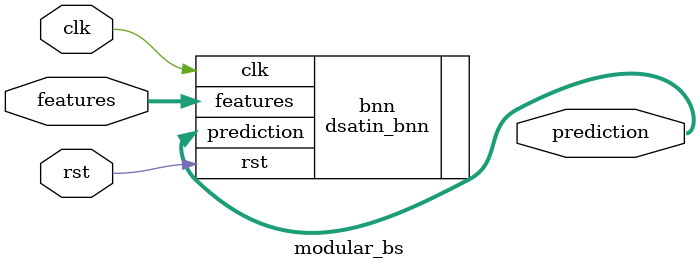
<source format=v>
`ifndef DUTNAME
`define DUTNAME modular_bs
parameter FEAT_CNT = 4;
parameter FEAT_BITS = 4;
parameter HIDDEN_CNT = 4;
parameter CLASS_CNT = 4;
`define WEIGHTS0 0
`define WEIGHTS1 0
`define WIDTHS 0
`define SATURE 0
`else
    `include `BSTRINGS
`endif
module `DUTNAME #(
`ifdef PARAMS
`include `PARAMS
`endif
  ) (
  input clk,
  input rst,
  input [FEAT_CNT*FEAT_BITS-1:0] features,
  output [$clog2(CLASS_CNT)-1:0] prediction
  );

  localparam Weights0 = `WEIGHTS0 ;
  localparam Weights1 = `WEIGHTS1 ;
  localparam Widths = `WIDTHS ;
  localparam Sature = `SATURE ;

  dsatin_bnn #(.FEAT_CNT(FEAT_CNT),.FEAT_BITS(FEAT_BITS),.HIDDEN_CNT(HIDDEN_CNT),.CLASS_CNT(CLASS_CNT),.Weights0(Weights0),.Weights1(Weights1),
    .WIDTHS(Widths), .SATURE(Sature)) bnn (
    .clk(clk),
    .rst(rst),
    .features(features),
    .prediction(prediction)
  );

endmodule

</source>
